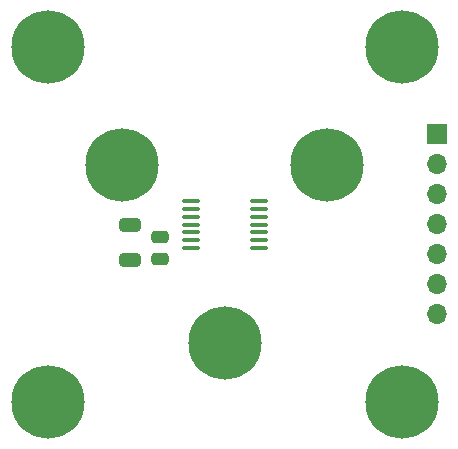
<source format=gbr>
%TF.GenerationSoftware,KiCad,Pcbnew,(6.0.0)*%
%TF.CreationDate,2022-01-17T22:08:50-08:00*%
%TF.ProjectId,encoder,656e636f-6465-4722-9e6b-696361645f70,1*%
%TF.SameCoordinates,Original*%
%TF.FileFunction,Soldermask,Top*%
%TF.FilePolarity,Negative*%
%FSLAX46Y46*%
G04 Gerber Fmt 4.6, Leading zero omitted, Abs format (unit mm)*
G04 Created by KiCad (PCBNEW (6.0.0)) date 2022-01-17 22:08:50*
%MOMM*%
%LPD*%
G01*
G04 APERTURE LIST*
G04 Aperture macros list*
%AMRoundRect*
0 Rectangle with rounded corners*
0 $1 Rounding radius*
0 $2 $3 $4 $5 $6 $7 $8 $9 X,Y pos of 4 corners*
0 Add a 4 corners polygon primitive as box body*
4,1,4,$2,$3,$4,$5,$6,$7,$8,$9,$2,$3,0*
0 Add four circle primitives for the rounded corners*
1,1,$1+$1,$2,$3*
1,1,$1+$1,$4,$5*
1,1,$1+$1,$6,$7*
1,1,$1+$1,$8,$9*
0 Add four rect primitives between the rounded corners*
20,1,$1+$1,$2,$3,$4,$5,0*
20,1,$1+$1,$4,$5,$6,$7,0*
20,1,$1+$1,$6,$7,$8,$9,0*
20,1,$1+$1,$8,$9,$2,$3,0*%
G04 Aperture macros list end*
%ADD10RoundRect,0.250000X0.650000X-0.325000X0.650000X0.325000X-0.650000X0.325000X-0.650000X-0.325000X0*%
%ADD11C,6.200000*%
%ADD12RoundRect,0.100000X0.637500X0.100000X-0.637500X0.100000X-0.637500X-0.100000X0.637500X-0.100000X0*%
%ADD13R,1.700000X1.700000*%
%ADD14O,1.700000X1.700000*%
%ADD15RoundRect,0.250000X-0.475000X0.250000X-0.475000X-0.250000X0.475000X-0.250000X0.475000X0.250000X0*%
G04 APERTURE END LIST*
D10*
%TO.C,C2*%
X72000000Y-82975000D03*
X72000000Y-80025000D03*
%TD*%
D11*
%TO.C,H5*%
X71339746Y-75000000D03*
%TD*%
D12*
%TO.C,U1*%
X82862500Y-81950000D03*
X82862500Y-81300000D03*
X82862500Y-80650000D03*
X82862500Y-80000000D03*
X82862500Y-79350000D03*
X82862500Y-78700000D03*
X82862500Y-78050000D03*
X77137500Y-78050000D03*
X77137500Y-78700000D03*
X77137500Y-79350000D03*
X77137500Y-80000000D03*
X77137500Y-80650000D03*
X77137500Y-81300000D03*
X77137500Y-81950000D03*
%TD*%
D13*
%TO.C,J1*%
X98000000Y-72375000D03*
D14*
X98000000Y-74915000D03*
X98000000Y-77455000D03*
X98000000Y-79995000D03*
X98000000Y-82535000D03*
X98000000Y-85075000D03*
X98000000Y-87615000D03*
%TD*%
D11*
%TO.C,H7*%
X88660254Y-75000000D03*
%TD*%
%TO.C,H6*%
X80000000Y-90000000D03*
%TD*%
%TO.C,H4*%
X65000000Y-95000000D03*
%TD*%
%TO.C,H3*%
X95000000Y-95000000D03*
%TD*%
%TO.C,H2*%
X95000000Y-65000000D03*
%TD*%
%TO.C,H1*%
X65000000Y-65000000D03*
%TD*%
D15*
%TO.C,C1*%
X74500000Y-81050000D03*
X74500000Y-82950000D03*
%TD*%
M02*

</source>
